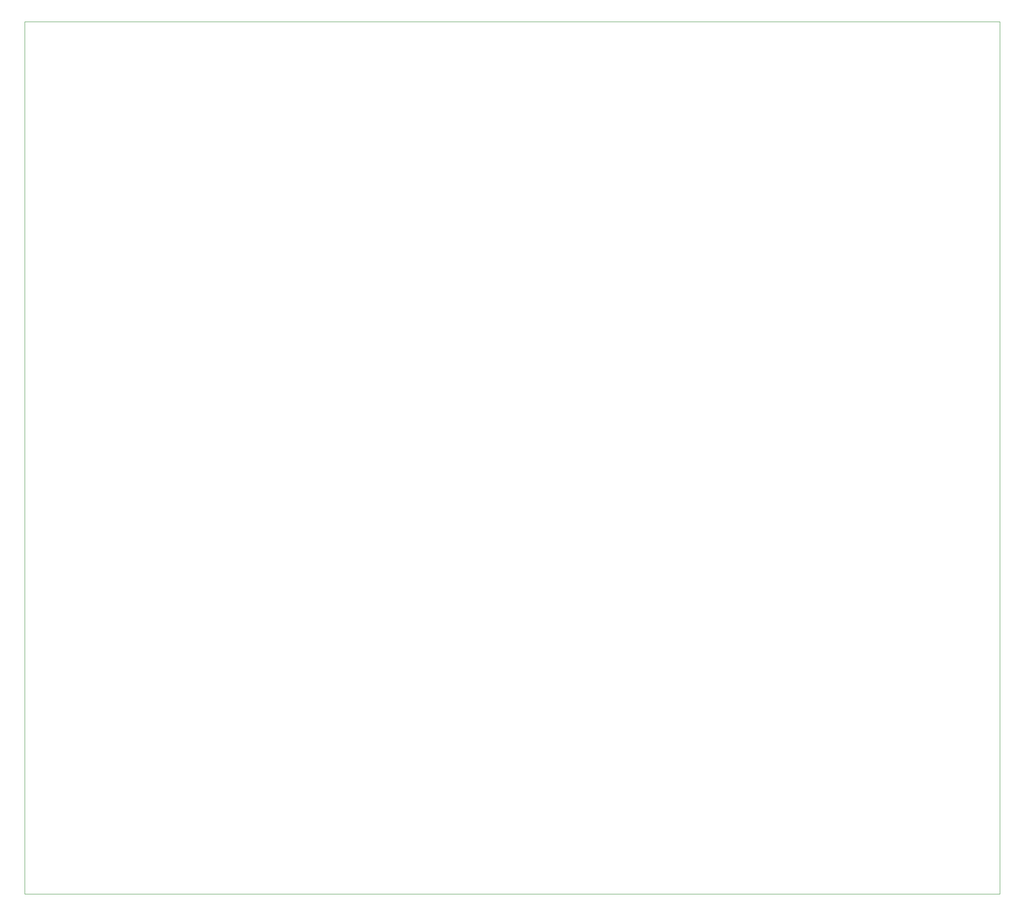
<source format=gbr>
From 8c235ca8eba7f24c114c847cdd993f385bebfadd Mon Sep 17 00:00:00 2001
From: exegete <nikitf-97@mail.ru>
Date: Tue, 20 Oct 2020 01:25:09 +0300
Subject: Initial commit

---
 gerber/motherboard-Edge_Cuts.gbr | 23 +++++++++++++++++++++++
 1 file changed, 23 insertions(+)
 create mode 100644 gerber/motherboard-Edge_Cuts.gbr

(limited to 'gerber/motherboard-Edge_Cuts.gbr')

diff --git a/gerber/motherboard-Edge_Cuts.gbr b/gerber/motherboard-Edge_Cuts.gbr
new file mode 100644
index 0000000..c8211e4
--- /dev/null
+++ b/gerber/motherboard-Edge_Cuts.gbr
@@ -0,0 +1,23 @@
+G04 #@! TF.GenerationSoftware,KiCad,Pcbnew,5.1.5*
+G04 #@! TF.CreationDate,2020-09-25T13:07:16+03:00*
+G04 #@! TF.ProjectId,motherboard,6d6f7468-6572-4626-9f61-72642e6b6963,rev?*
+G04 #@! TF.SameCoordinates,Original*
+G04 #@! TF.FileFunction,Profile,NP*
+%FSLAX46Y46*%
+G04 Gerber Fmt 4.6, Leading zero omitted, Abs format (unit mm)*
+G04 Created by KiCad (PCBNEW 5.1.5) date 2020-09-25 13:07:16*
+%MOMM*%
+%LPD*%
+G04 APERTURE LIST*
+%ADD10C,0.050000*%
+G04 APERTURE END LIST*
+D10*
+X16510000Y-16510000D02*
+X16510000Y-190500000D01*
+X210820000Y-16510000D02*
+X16510000Y-16510000D01*
+X210820000Y-190500000D02*
+X210820000Y-16510000D01*
+X16510000Y-190500000D02*
+X210820000Y-190500000D01*
+M02*
-- 
cgit v1.2.3


</source>
